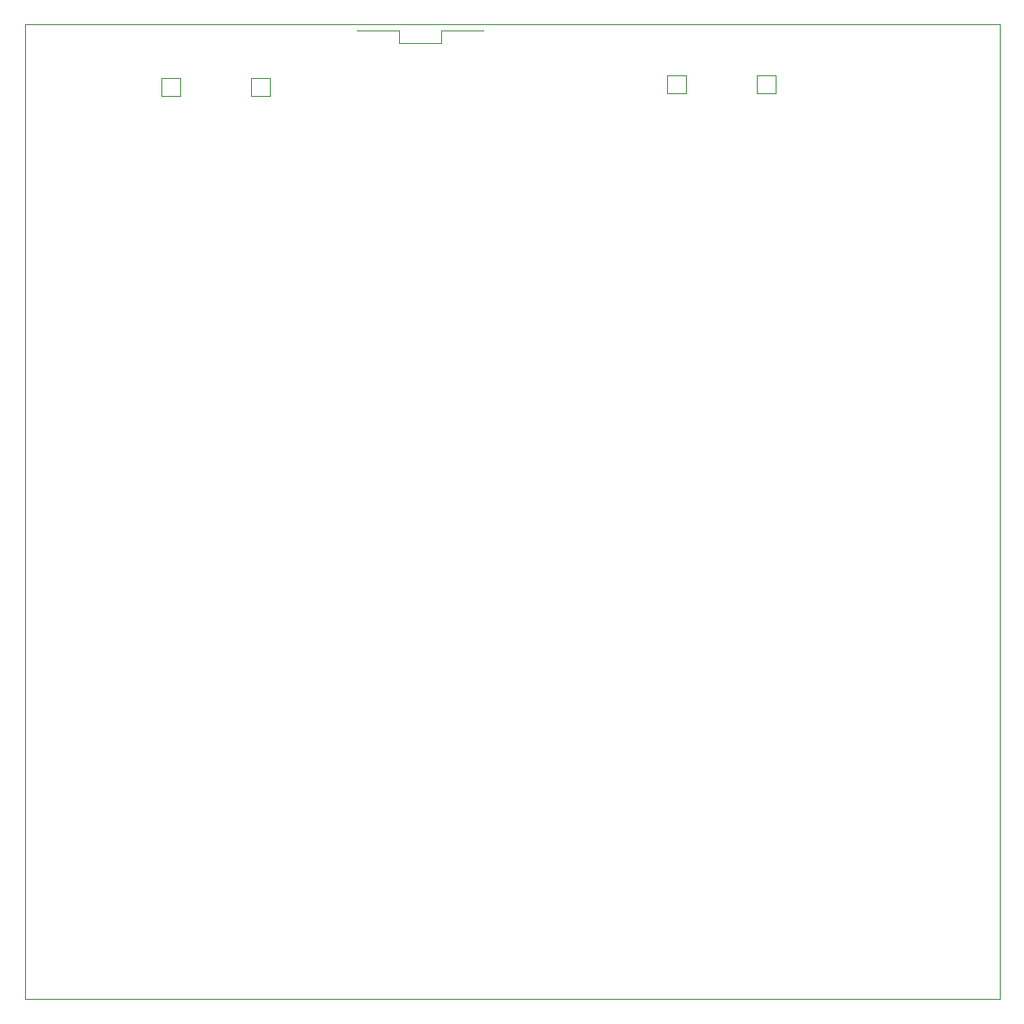
<source format=gbr>
%TF.GenerationSoftware,KiCad,Pcbnew,5.1.5+dfsg1-2build2*%
%TF.CreationDate,2022-03-24T11:55:02-04:00*%
%TF.ProjectId,Arduino controlled radio,41726475-696e-46f2-9063-6f6e74726f6c,rev?*%
%TF.SameCoordinates,Original*%
%TF.FileFunction,Profile,NP*%
%FSLAX46Y46*%
G04 Gerber Fmt 4.6, Leading zero omitted, Abs format (unit mm)*
G04 Created by KiCad (PCBNEW 5.1.5+dfsg1-2build2) date 2022-03-24 11:55:02*
%MOMM*%
%LPD*%
G04 APERTURE LIST*
%TA.AperFunction,Profile*%
%ADD10C,0.050000*%
%TD*%
%TA.AperFunction,Profile*%
%ADD11C,0.000100*%
%TD*%
G04 APERTURE END LIST*
D10*
X83820000Y-130175000D02*
X83820000Y-38100000D01*
X175895000Y-38100000D02*
X175895000Y-130175000D01*
X83820000Y-38100000D02*
X175895000Y-38100000D01*
X175895000Y-130175000D02*
X83820000Y-130175000D01*
D11*
%TO.C,J8*%
X96704000Y-44880000D02*
X98504000Y-44880000D01*
X98504000Y-44880000D02*
X98504000Y-43180000D01*
X98504000Y-43180000D02*
X96704000Y-43180000D01*
X96704000Y-43180000D02*
X96704000Y-44880000D01*
X105204000Y-44880000D02*
X107004000Y-44880000D01*
X107004000Y-44880000D02*
X107004000Y-43180000D01*
X107004000Y-43180000D02*
X105204000Y-43180000D01*
X105204000Y-43180000D02*
X105204000Y-44880000D01*
%TO.C,J7*%
X119158000Y-38680000D02*
X115158000Y-38680000D01*
X119158000Y-39880000D02*
X119158000Y-38680000D01*
X123158000Y-39880000D02*
X119158000Y-39880000D01*
X123158000Y-38680000D02*
X123158000Y-39880000D01*
X127158000Y-38680000D02*
X123158000Y-38680000D01*
%TO.C,J5*%
X144456000Y-44626000D02*
X146256000Y-44626000D01*
X146256000Y-44626000D02*
X146256000Y-42926000D01*
X146256000Y-42926000D02*
X144456000Y-42926000D01*
X144456000Y-42926000D02*
X144456000Y-44626000D01*
X152956000Y-44626000D02*
X154756000Y-44626000D01*
X154756000Y-44626000D02*
X154756000Y-42926000D01*
X154756000Y-42926000D02*
X152956000Y-42926000D01*
X152956000Y-42926000D02*
X152956000Y-44626000D01*
%TD*%
M02*

</source>
